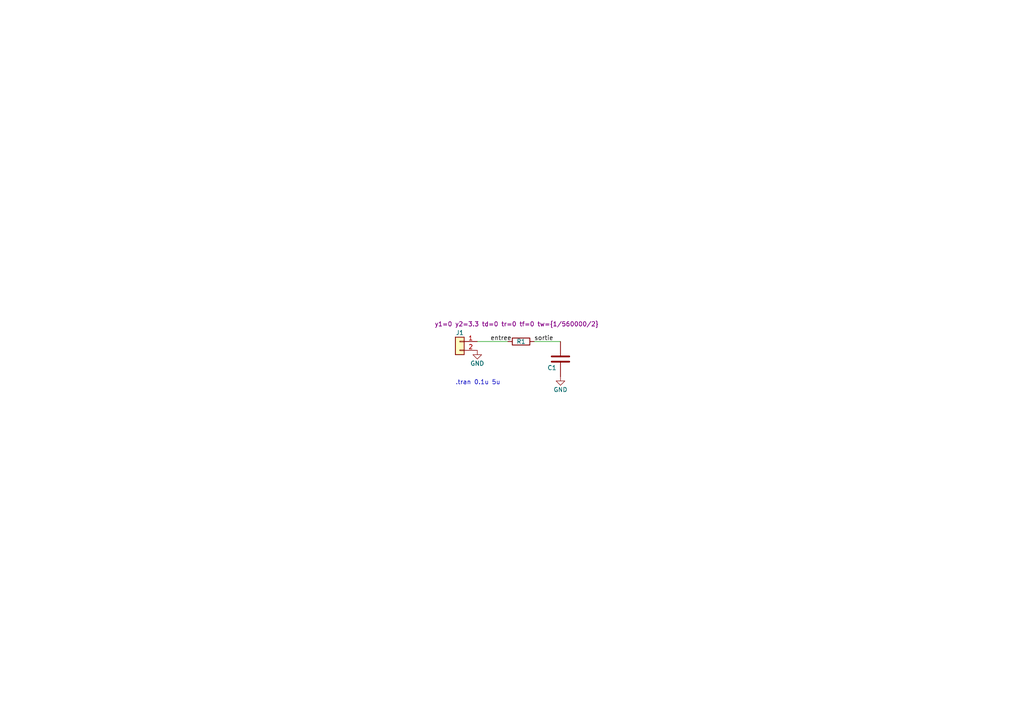
<source format=kicad_sch>
(kicad_sch (version 20211123) (generator eeschema)
  (paper "A4")
  (lib_symbols
    (symbol "common:C" (pin_numbers hide) (pin_names (offset 0.254))
      (property "Reference" "C" (at 1.27 2.54 0))
      (symbol "C_0_1"
        (polyline (pts (xy -2.54 -0.762) (xy 2.54 -0.762)) (stroke (width 0.508)))
        (polyline (pts (xy -2.54 0.762) (xy 2.54 0.762)) (stroke (width 0.508)))
      )
      (symbol "C_1_1"
        (pin passive line (at 0 5.08 270) (length 4.318) (name "~") (number "1"))
        (pin passive line (at 0 -5.08 90) (length 4.318) (name "~") (number "2"))
      )
    )
    (symbol "common:PWR" (pin_names (offset 1.016) hide)
      (property "Reference" "J" (at 0 2.54 0))
      (symbol "PWR_1_1"
        (rectangle (start -1.27 -2.413) (end 0 -2.667) (stroke (width 0.1524)))
        (rectangle (start -1.27 0.127) (end 0 -0.127) (stroke (width 0.1524)))
        (rectangle (start -1.27 1.27) (end 1.27 -3.81) (stroke (width 0.254)) (fill (type background)))
        (pin passive line (at -5.08 0 0) (length 3.81) (name "Pin_1") (number "1"))
        (pin passive line (at -5.08 -2.54 0) (length 3.81) (name "Pin_2") (number "2"))
      )
    )
    (symbol "common:R" (pin_numbers hide) (pin_names (offset 0) hide)
      (property "Reference" "R" (at 0 0 90))
      (symbol "R_0_1"
        (rectangle (start -1.016 -2.54) (end 1.016 2.54) (stroke (width 0.254)))
      )
      (symbol "R_1_1"
        (pin passive line (at 0 3.81 270) (length 1.27) (name "~") (number "1"))
        (pin passive line (at 0 -3.81 90) (length 1.27) (name "~") (number "2"))
      )
    )
    (symbol "power:GND" (power) (pin_names (offset 0))
      (property "Value" "GND" (at 0 -3.81 0))
      (symbol "GND_0_1"
        (polyline (pts (xy 0 0) (xy 0 -1.27) (xy 1.27 -1.27) (xy 0 -2.54) (xy -1.27 -1.27) (xy 0 -1.27)))
      )
      (symbol "GND_1_1"
        (pin power_in line (at 0 0 270) (length 0) hide (name "GND") (number "1"))
      )
    )
  )
  (wire (pts (xy 138.43 99.06) (xy 147.32 99.06)))
  (wire (pts (xy 154.94 99.06) (xy 162.56 99.06)))
  (text ".tran 0.1u 5u" (at 132.08 111.76 0) (effects (font (size 1.27 1.27)) (justify left bottom)))
  (label "entree" (at 142.24 99.06 0))
  (label "sortie" (at 154.94 99.06 0))
  (symbol (lib_id "common:PWR") (at 133.35 99.06 0) (mirror y) (unit 1)
    (property "Reference" "J1" (at 133.35 96.52 0))
    (property "Value" "PWR" (effects hide))
    (property "Spice_Primitive" "V" (effects hide))
    (property "Spice_Model" "pulse(0 3.3 0 0 0 {1/560000/2})" (at 149.86 93.98 0))
    (property "Spice_Netlist_Enabled" "Y" (effects hide))
  )
  (symbol (lib_id "power:GND") (at 162.56 109.22 0) (unit 1)
    (property "Reference" "#PWR?" (effects hide))
    (property "Value" "GND" (at 162.56 113.03 0))
  )
  (symbol (lib_id "common:R") (at 151.13 99.06 90) (unit 1)
    (property "Reference" "R1" (at 151.13 99.06 90))
    (property "Value" "R" (effects hide))
    (property "Spice_Primitive" "R" (effects hide))
    (property "Spice_Model" "470" (at 151.13 101.6 90))
    (property "Spice_Netlist_Enabled" "Y" (effects hide))
  )
  (symbol (lib_id "common:C") (at 162.56 104.14 0) (unit 1)
    (property "Reference" "C1" (at 158.75 106.68 0) (effects (justify left)))
    (property "Value" "C" (effects hide))
    (property "Spice_Primitive" "C" (effects hide))
    (property "Spice_Model" "470p" (at 165.1 106.68 0))
    (property "Spice_Netlist_Enabled" "Y" (effects hide))
  )
  (symbol (lib_id "power:GND") (at 138.43 101.6 0) (unit 1)
    (property "Reference" "#PWR?" (effects hide))
    (property "Value" "GND" (at 138.43 105.41 0))
  )
)
</source>
